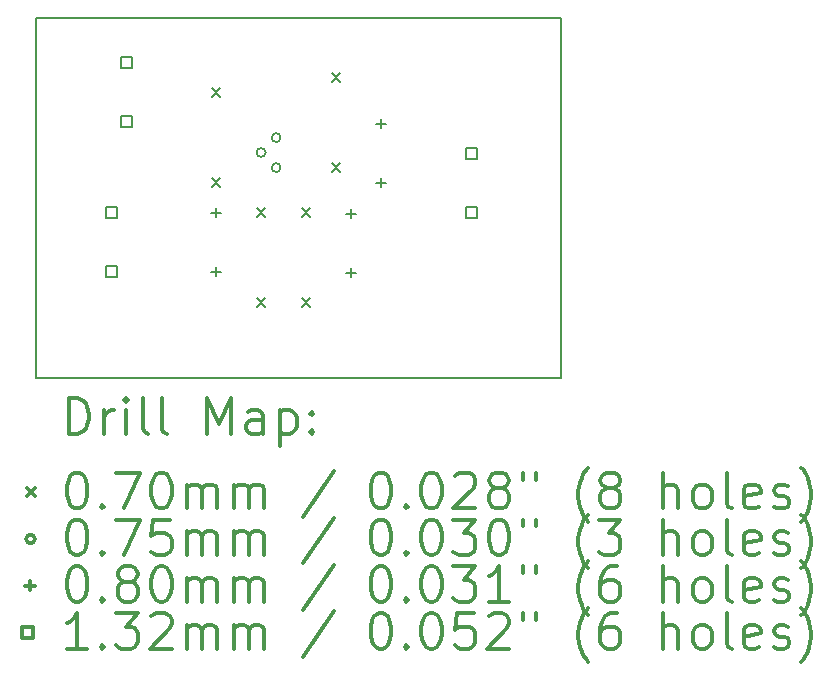
<source format=gbr>
%FSLAX45Y45*%
G04 Gerber Fmt 4.5, Leading zero omitted, Abs format (unit mm)*
G04 Created by KiCad (PCBNEW (5.0.0)) date 05/04/19 10:54:32*
%MOMM*%
%LPD*%
G01*
G04 APERTURE LIST*
%ADD10C,0.200000*%
%ADD11C,0.150000*%
%ADD12C,0.300000*%
G04 APERTURE END LIST*
D10*
X9398000Y-6985000D02*
X13843000Y-6985000D01*
D11*
X9398000Y-3937000D02*
X13843000Y-3937000D01*
D10*
X13843000Y-6985000D02*
X13843000Y-3937000D01*
X9398000Y-3937000D02*
X9398000Y-6985000D01*
D10*
X10887000Y-4537000D02*
X10957000Y-4607000D01*
X10957000Y-4537000D02*
X10887000Y-4607000D01*
X11649000Y-5553000D02*
X11719000Y-5623000D01*
X11719000Y-5553000D02*
X11649000Y-5623000D01*
X11649000Y-6315000D02*
X11719000Y-6385000D01*
X11719000Y-6315000D02*
X11649000Y-6385000D01*
X11903000Y-4410000D02*
X11973000Y-4480000D01*
X11973000Y-4410000D02*
X11903000Y-4480000D01*
X11903000Y-5172000D02*
X11973000Y-5242000D01*
X11973000Y-5172000D02*
X11903000Y-5242000D01*
X10887000Y-5299000D02*
X10957000Y-5369000D01*
X10957000Y-5299000D02*
X10887000Y-5369000D01*
X11268000Y-5553000D02*
X11338000Y-5623000D01*
X11338000Y-5553000D02*
X11268000Y-5623000D01*
X11268000Y-6315000D02*
X11338000Y-6385000D01*
X11338000Y-6315000D02*
X11268000Y-6385000D01*
X11340500Y-5079000D02*
G75*
G03X11340500Y-5079000I-37500J0D01*
G01*
X11467500Y-4953000D02*
G75*
G03X11467500Y-4953000I-37500J0D01*
G01*
X11467500Y-5207000D02*
G75*
G03X11467500Y-5207000I-37500J0D01*
G01*
X12319000Y-4794000D02*
X12319000Y-4874000D01*
X12279000Y-4834000D02*
X12359000Y-4834000D01*
X12319000Y-5294000D02*
X12319000Y-5374000D01*
X12279000Y-5334000D02*
X12359000Y-5334000D01*
X12065000Y-5556000D02*
X12065000Y-5636000D01*
X12025000Y-5596000D02*
X12105000Y-5596000D01*
X12065000Y-6056000D02*
X12065000Y-6136000D01*
X12025000Y-6096000D02*
X12105000Y-6096000D01*
X10922000Y-5548000D02*
X10922000Y-5628000D01*
X10882000Y-5588000D02*
X10962000Y-5588000D01*
X10922000Y-6048000D02*
X10922000Y-6128000D01*
X10882000Y-6088000D02*
X10962000Y-6088000D01*
X13127669Y-5134670D02*
X13127669Y-5041331D01*
X13034330Y-5041331D01*
X13034330Y-5134670D01*
X13127669Y-5134670D01*
X13127669Y-5634669D02*
X13127669Y-5541331D01*
X13034330Y-5541331D01*
X13034330Y-5634669D01*
X13127669Y-5634669D01*
X10206670Y-4364670D02*
X10206670Y-4271331D01*
X10113331Y-4271331D01*
X10113331Y-4364670D01*
X10206670Y-4364670D01*
X10206670Y-4864670D02*
X10206670Y-4771331D01*
X10113331Y-4771331D01*
X10113331Y-4864670D01*
X10206670Y-4864670D01*
X10079670Y-5634669D02*
X10079670Y-5541331D01*
X9986331Y-5541331D01*
X9986331Y-5634669D01*
X10079670Y-5634669D01*
X10079670Y-6134669D02*
X10079670Y-6041330D01*
X9986331Y-6041330D01*
X9986331Y-6134669D01*
X10079670Y-6134669D01*
D12*
X9674428Y-7460714D02*
X9674428Y-7160714D01*
X9745857Y-7160714D01*
X9788714Y-7175000D01*
X9817286Y-7203571D01*
X9831571Y-7232143D01*
X9845857Y-7289286D01*
X9845857Y-7332143D01*
X9831571Y-7389286D01*
X9817286Y-7417857D01*
X9788714Y-7446429D01*
X9745857Y-7460714D01*
X9674428Y-7460714D01*
X9974428Y-7460714D02*
X9974428Y-7260714D01*
X9974428Y-7317857D02*
X9988714Y-7289286D01*
X10003000Y-7275000D01*
X10031571Y-7260714D01*
X10060143Y-7260714D01*
X10160143Y-7460714D02*
X10160143Y-7260714D01*
X10160143Y-7160714D02*
X10145857Y-7175000D01*
X10160143Y-7189286D01*
X10174428Y-7175000D01*
X10160143Y-7160714D01*
X10160143Y-7189286D01*
X10345857Y-7460714D02*
X10317286Y-7446429D01*
X10303000Y-7417857D01*
X10303000Y-7160714D01*
X10503000Y-7460714D02*
X10474428Y-7446429D01*
X10460143Y-7417857D01*
X10460143Y-7160714D01*
X10845857Y-7460714D02*
X10845857Y-7160714D01*
X10945857Y-7375000D01*
X11045857Y-7160714D01*
X11045857Y-7460714D01*
X11317286Y-7460714D02*
X11317286Y-7303571D01*
X11303000Y-7275000D01*
X11274428Y-7260714D01*
X11217286Y-7260714D01*
X11188714Y-7275000D01*
X11317286Y-7446429D02*
X11288714Y-7460714D01*
X11217286Y-7460714D01*
X11188714Y-7446429D01*
X11174428Y-7417857D01*
X11174428Y-7389286D01*
X11188714Y-7360714D01*
X11217286Y-7346429D01*
X11288714Y-7346429D01*
X11317286Y-7332143D01*
X11460143Y-7260714D02*
X11460143Y-7560714D01*
X11460143Y-7275000D02*
X11488714Y-7260714D01*
X11545857Y-7260714D01*
X11574428Y-7275000D01*
X11588714Y-7289286D01*
X11603000Y-7317857D01*
X11603000Y-7403571D01*
X11588714Y-7432143D01*
X11574428Y-7446429D01*
X11545857Y-7460714D01*
X11488714Y-7460714D01*
X11460143Y-7446429D01*
X11731571Y-7432143D02*
X11745857Y-7446429D01*
X11731571Y-7460714D01*
X11717286Y-7446429D01*
X11731571Y-7432143D01*
X11731571Y-7460714D01*
X11731571Y-7275000D02*
X11745857Y-7289286D01*
X11731571Y-7303571D01*
X11717286Y-7289286D01*
X11731571Y-7275000D01*
X11731571Y-7303571D01*
X9318000Y-7920000D02*
X9388000Y-7990000D01*
X9388000Y-7920000D02*
X9318000Y-7990000D01*
X9731571Y-7790714D02*
X9760143Y-7790714D01*
X9788714Y-7805000D01*
X9803000Y-7819286D01*
X9817286Y-7847857D01*
X9831571Y-7905000D01*
X9831571Y-7976429D01*
X9817286Y-8033571D01*
X9803000Y-8062143D01*
X9788714Y-8076429D01*
X9760143Y-8090714D01*
X9731571Y-8090714D01*
X9703000Y-8076429D01*
X9688714Y-8062143D01*
X9674428Y-8033571D01*
X9660143Y-7976429D01*
X9660143Y-7905000D01*
X9674428Y-7847857D01*
X9688714Y-7819286D01*
X9703000Y-7805000D01*
X9731571Y-7790714D01*
X9960143Y-8062143D02*
X9974428Y-8076429D01*
X9960143Y-8090714D01*
X9945857Y-8076429D01*
X9960143Y-8062143D01*
X9960143Y-8090714D01*
X10074428Y-7790714D02*
X10274428Y-7790714D01*
X10145857Y-8090714D01*
X10445857Y-7790714D02*
X10474428Y-7790714D01*
X10503000Y-7805000D01*
X10517286Y-7819286D01*
X10531571Y-7847857D01*
X10545857Y-7905000D01*
X10545857Y-7976429D01*
X10531571Y-8033571D01*
X10517286Y-8062143D01*
X10503000Y-8076429D01*
X10474428Y-8090714D01*
X10445857Y-8090714D01*
X10417286Y-8076429D01*
X10403000Y-8062143D01*
X10388714Y-8033571D01*
X10374428Y-7976429D01*
X10374428Y-7905000D01*
X10388714Y-7847857D01*
X10403000Y-7819286D01*
X10417286Y-7805000D01*
X10445857Y-7790714D01*
X10674428Y-8090714D02*
X10674428Y-7890714D01*
X10674428Y-7919286D02*
X10688714Y-7905000D01*
X10717286Y-7890714D01*
X10760143Y-7890714D01*
X10788714Y-7905000D01*
X10803000Y-7933571D01*
X10803000Y-8090714D01*
X10803000Y-7933571D02*
X10817286Y-7905000D01*
X10845857Y-7890714D01*
X10888714Y-7890714D01*
X10917286Y-7905000D01*
X10931571Y-7933571D01*
X10931571Y-8090714D01*
X11074428Y-8090714D02*
X11074428Y-7890714D01*
X11074428Y-7919286D02*
X11088714Y-7905000D01*
X11117286Y-7890714D01*
X11160143Y-7890714D01*
X11188714Y-7905000D01*
X11203000Y-7933571D01*
X11203000Y-8090714D01*
X11203000Y-7933571D02*
X11217286Y-7905000D01*
X11245857Y-7890714D01*
X11288714Y-7890714D01*
X11317286Y-7905000D01*
X11331571Y-7933571D01*
X11331571Y-8090714D01*
X11917286Y-7776429D02*
X11660143Y-8162143D01*
X12303000Y-7790714D02*
X12331571Y-7790714D01*
X12360143Y-7805000D01*
X12374428Y-7819286D01*
X12388714Y-7847857D01*
X12403000Y-7905000D01*
X12403000Y-7976429D01*
X12388714Y-8033571D01*
X12374428Y-8062143D01*
X12360143Y-8076429D01*
X12331571Y-8090714D01*
X12303000Y-8090714D01*
X12274428Y-8076429D01*
X12260143Y-8062143D01*
X12245857Y-8033571D01*
X12231571Y-7976429D01*
X12231571Y-7905000D01*
X12245857Y-7847857D01*
X12260143Y-7819286D01*
X12274428Y-7805000D01*
X12303000Y-7790714D01*
X12531571Y-8062143D02*
X12545857Y-8076429D01*
X12531571Y-8090714D01*
X12517286Y-8076429D01*
X12531571Y-8062143D01*
X12531571Y-8090714D01*
X12731571Y-7790714D02*
X12760143Y-7790714D01*
X12788714Y-7805000D01*
X12803000Y-7819286D01*
X12817286Y-7847857D01*
X12831571Y-7905000D01*
X12831571Y-7976429D01*
X12817286Y-8033571D01*
X12803000Y-8062143D01*
X12788714Y-8076429D01*
X12760143Y-8090714D01*
X12731571Y-8090714D01*
X12703000Y-8076429D01*
X12688714Y-8062143D01*
X12674428Y-8033571D01*
X12660143Y-7976429D01*
X12660143Y-7905000D01*
X12674428Y-7847857D01*
X12688714Y-7819286D01*
X12703000Y-7805000D01*
X12731571Y-7790714D01*
X12945857Y-7819286D02*
X12960143Y-7805000D01*
X12988714Y-7790714D01*
X13060143Y-7790714D01*
X13088714Y-7805000D01*
X13103000Y-7819286D01*
X13117286Y-7847857D01*
X13117286Y-7876429D01*
X13103000Y-7919286D01*
X12931571Y-8090714D01*
X13117286Y-8090714D01*
X13288714Y-7919286D02*
X13260143Y-7905000D01*
X13245857Y-7890714D01*
X13231571Y-7862143D01*
X13231571Y-7847857D01*
X13245857Y-7819286D01*
X13260143Y-7805000D01*
X13288714Y-7790714D01*
X13345857Y-7790714D01*
X13374428Y-7805000D01*
X13388714Y-7819286D01*
X13403000Y-7847857D01*
X13403000Y-7862143D01*
X13388714Y-7890714D01*
X13374428Y-7905000D01*
X13345857Y-7919286D01*
X13288714Y-7919286D01*
X13260143Y-7933571D01*
X13245857Y-7947857D01*
X13231571Y-7976429D01*
X13231571Y-8033571D01*
X13245857Y-8062143D01*
X13260143Y-8076429D01*
X13288714Y-8090714D01*
X13345857Y-8090714D01*
X13374428Y-8076429D01*
X13388714Y-8062143D01*
X13403000Y-8033571D01*
X13403000Y-7976429D01*
X13388714Y-7947857D01*
X13374428Y-7933571D01*
X13345857Y-7919286D01*
X13517286Y-7790714D02*
X13517286Y-7847857D01*
X13631571Y-7790714D02*
X13631571Y-7847857D01*
X14074428Y-8205000D02*
X14060143Y-8190714D01*
X14031571Y-8147857D01*
X14017286Y-8119286D01*
X14003000Y-8076429D01*
X13988714Y-8005000D01*
X13988714Y-7947857D01*
X14003000Y-7876429D01*
X14017286Y-7833571D01*
X14031571Y-7805000D01*
X14060143Y-7762143D01*
X14074428Y-7747857D01*
X14231571Y-7919286D02*
X14203000Y-7905000D01*
X14188714Y-7890714D01*
X14174428Y-7862143D01*
X14174428Y-7847857D01*
X14188714Y-7819286D01*
X14203000Y-7805000D01*
X14231571Y-7790714D01*
X14288714Y-7790714D01*
X14317286Y-7805000D01*
X14331571Y-7819286D01*
X14345857Y-7847857D01*
X14345857Y-7862143D01*
X14331571Y-7890714D01*
X14317286Y-7905000D01*
X14288714Y-7919286D01*
X14231571Y-7919286D01*
X14203000Y-7933571D01*
X14188714Y-7947857D01*
X14174428Y-7976429D01*
X14174428Y-8033571D01*
X14188714Y-8062143D01*
X14203000Y-8076429D01*
X14231571Y-8090714D01*
X14288714Y-8090714D01*
X14317286Y-8076429D01*
X14331571Y-8062143D01*
X14345857Y-8033571D01*
X14345857Y-7976429D01*
X14331571Y-7947857D01*
X14317286Y-7933571D01*
X14288714Y-7919286D01*
X14703000Y-8090714D02*
X14703000Y-7790714D01*
X14831571Y-8090714D02*
X14831571Y-7933571D01*
X14817286Y-7905000D01*
X14788714Y-7890714D01*
X14745857Y-7890714D01*
X14717286Y-7905000D01*
X14703000Y-7919286D01*
X15017286Y-8090714D02*
X14988714Y-8076429D01*
X14974428Y-8062143D01*
X14960143Y-8033571D01*
X14960143Y-7947857D01*
X14974428Y-7919286D01*
X14988714Y-7905000D01*
X15017286Y-7890714D01*
X15060143Y-7890714D01*
X15088714Y-7905000D01*
X15103000Y-7919286D01*
X15117286Y-7947857D01*
X15117286Y-8033571D01*
X15103000Y-8062143D01*
X15088714Y-8076429D01*
X15060143Y-8090714D01*
X15017286Y-8090714D01*
X15288714Y-8090714D02*
X15260143Y-8076429D01*
X15245857Y-8047857D01*
X15245857Y-7790714D01*
X15517286Y-8076429D02*
X15488714Y-8090714D01*
X15431571Y-8090714D01*
X15403000Y-8076429D01*
X15388714Y-8047857D01*
X15388714Y-7933571D01*
X15403000Y-7905000D01*
X15431571Y-7890714D01*
X15488714Y-7890714D01*
X15517286Y-7905000D01*
X15531571Y-7933571D01*
X15531571Y-7962143D01*
X15388714Y-7990714D01*
X15645857Y-8076429D02*
X15674428Y-8090714D01*
X15731571Y-8090714D01*
X15760143Y-8076429D01*
X15774428Y-8047857D01*
X15774428Y-8033571D01*
X15760143Y-8005000D01*
X15731571Y-7990714D01*
X15688714Y-7990714D01*
X15660143Y-7976429D01*
X15645857Y-7947857D01*
X15645857Y-7933571D01*
X15660143Y-7905000D01*
X15688714Y-7890714D01*
X15731571Y-7890714D01*
X15760143Y-7905000D01*
X15874428Y-8205000D02*
X15888714Y-8190714D01*
X15917286Y-8147857D01*
X15931571Y-8119286D01*
X15945857Y-8076429D01*
X15960143Y-8005000D01*
X15960143Y-7947857D01*
X15945857Y-7876429D01*
X15931571Y-7833571D01*
X15917286Y-7805000D01*
X15888714Y-7762143D01*
X15874428Y-7747857D01*
X9388000Y-8351000D02*
G75*
G03X9388000Y-8351000I-37500J0D01*
G01*
X9731571Y-8186714D02*
X9760143Y-8186714D01*
X9788714Y-8201000D01*
X9803000Y-8215286D01*
X9817286Y-8243857D01*
X9831571Y-8301000D01*
X9831571Y-8372429D01*
X9817286Y-8429572D01*
X9803000Y-8458143D01*
X9788714Y-8472429D01*
X9760143Y-8486714D01*
X9731571Y-8486714D01*
X9703000Y-8472429D01*
X9688714Y-8458143D01*
X9674428Y-8429572D01*
X9660143Y-8372429D01*
X9660143Y-8301000D01*
X9674428Y-8243857D01*
X9688714Y-8215286D01*
X9703000Y-8201000D01*
X9731571Y-8186714D01*
X9960143Y-8458143D02*
X9974428Y-8472429D01*
X9960143Y-8486714D01*
X9945857Y-8472429D01*
X9960143Y-8458143D01*
X9960143Y-8486714D01*
X10074428Y-8186714D02*
X10274428Y-8186714D01*
X10145857Y-8486714D01*
X10531571Y-8186714D02*
X10388714Y-8186714D01*
X10374428Y-8329571D01*
X10388714Y-8315286D01*
X10417286Y-8301000D01*
X10488714Y-8301000D01*
X10517286Y-8315286D01*
X10531571Y-8329571D01*
X10545857Y-8358143D01*
X10545857Y-8429572D01*
X10531571Y-8458143D01*
X10517286Y-8472429D01*
X10488714Y-8486714D01*
X10417286Y-8486714D01*
X10388714Y-8472429D01*
X10374428Y-8458143D01*
X10674428Y-8486714D02*
X10674428Y-8286714D01*
X10674428Y-8315286D02*
X10688714Y-8301000D01*
X10717286Y-8286714D01*
X10760143Y-8286714D01*
X10788714Y-8301000D01*
X10803000Y-8329571D01*
X10803000Y-8486714D01*
X10803000Y-8329571D02*
X10817286Y-8301000D01*
X10845857Y-8286714D01*
X10888714Y-8286714D01*
X10917286Y-8301000D01*
X10931571Y-8329571D01*
X10931571Y-8486714D01*
X11074428Y-8486714D02*
X11074428Y-8286714D01*
X11074428Y-8315286D02*
X11088714Y-8301000D01*
X11117286Y-8286714D01*
X11160143Y-8286714D01*
X11188714Y-8301000D01*
X11203000Y-8329571D01*
X11203000Y-8486714D01*
X11203000Y-8329571D02*
X11217286Y-8301000D01*
X11245857Y-8286714D01*
X11288714Y-8286714D01*
X11317286Y-8301000D01*
X11331571Y-8329571D01*
X11331571Y-8486714D01*
X11917286Y-8172429D02*
X11660143Y-8558143D01*
X12303000Y-8186714D02*
X12331571Y-8186714D01*
X12360143Y-8201000D01*
X12374428Y-8215286D01*
X12388714Y-8243857D01*
X12403000Y-8301000D01*
X12403000Y-8372429D01*
X12388714Y-8429572D01*
X12374428Y-8458143D01*
X12360143Y-8472429D01*
X12331571Y-8486714D01*
X12303000Y-8486714D01*
X12274428Y-8472429D01*
X12260143Y-8458143D01*
X12245857Y-8429572D01*
X12231571Y-8372429D01*
X12231571Y-8301000D01*
X12245857Y-8243857D01*
X12260143Y-8215286D01*
X12274428Y-8201000D01*
X12303000Y-8186714D01*
X12531571Y-8458143D02*
X12545857Y-8472429D01*
X12531571Y-8486714D01*
X12517286Y-8472429D01*
X12531571Y-8458143D01*
X12531571Y-8486714D01*
X12731571Y-8186714D02*
X12760143Y-8186714D01*
X12788714Y-8201000D01*
X12803000Y-8215286D01*
X12817286Y-8243857D01*
X12831571Y-8301000D01*
X12831571Y-8372429D01*
X12817286Y-8429572D01*
X12803000Y-8458143D01*
X12788714Y-8472429D01*
X12760143Y-8486714D01*
X12731571Y-8486714D01*
X12703000Y-8472429D01*
X12688714Y-8458143D01*
X12674428Y-8429572D01*
X12660143Y-8372429D01*
X12660143Y-8301000D01*
X12674428Y-8243857D01*
X12688714Y-8215286D01*
X12703000Y-8201000D01*
X12731571Y-8186714D01*
X12931571Y-8186714D02*
X13117286Y-8186714D01*
X13017286Y-8301000D01*
X13060143Y-8301000D01*
X13088714Y-8315286D01*
X13103000Y-8329571D01*
X13117286Y-8358143D01*
X13117286Y-8429572D01*
X13103000Y-8458143D01*
X13088714Y-8472429D01*
X13060143Y-8486714D01*
X12974428Y-8486714D01*
X12945857Y-8472429D01*
X12931571Y-8458143D01*
X13303000Y-8186714D02*
X13331571Y-8186714D01*
X13360143Y-8201000D01*
X13374428Y-8215286D01*
X13388714Y-8243857D01*
X13403000Y-8301000D01*
X13403000Y-8372429D01*
X13388714Y-8429572D01*
X13374428Y-8458143D01*
X13360143Y-8472429D01*
X13331571Y-8486714D01*
X13303000Y-8486714D01*
X13274428Y-8472429D01*
X13260143Y-8458143D01*
X13245857Y-8429572D01*
X13231571Y-8372429D01*
X13231571Y-8301000D01*
X13245857Y-8243857D01*
X13260143Y-8215286D01*
X13274428Y-8201000D01*
X13303000Y-8186714D01*
X13517286Y-8186714D02*
X13517286Y-8243857D01*
X13631571Y-8186714D02*
X13631571Y-8243857D01*
X14074428Y-8601000D02*
X14060143Y-8586714D01*
X14031571Y-8543857D01*
X14017286Y-8515286D01*
X14003000Y-8472429D01*
X13988714Y-8401000D01*
X13988714Y-8343857D01*
X14003000Y-8272429D01*
X14017286Y-8229571D01*
X14031571Y-8201000D01*
X14060143Y-8158143D01*
X14074428Y-8143857D01*
X14160143Y-8186714D02*
X14345857Y-8186714D01*
X14245857Y-8301000D01*
X14288714Y-8301000D01*
X14317286Y-8315286D01*
X14331571Y-8329571D01*
X14345857Y-8358143D01*
X14345857Y-8429572D01*
X14331571Y-8458143D01*
X14317286Y-8472429D01*
X14288714Y-8486714D01*
X14203000Y-8486714D01*
X14174428Y-8472429D01*
X14160143Y-8458143D01*
X14703000Y-8486714D02*
X14703000Y-8186714D01*
X14831571Y-8486714D02*
X14831571Y-8329571D01*
X14817286Y-8301000D01*
X14788714Y-8286714D01*
X14745857Y-8286714D01*
X14717286Y-8301000D01*
X14703000Y-8315286D01*
X15017286Y-8486714D02*
X14988714Y-8472429D01*
X14974428Y-8458143D01*
X14960143Y-8429572D01*
X14960143Y-8343857D01*
X14974428Y-8315286D01*
X14988714Y-8301000D01*
X15017286Y-8286714D01*
X15060143Y-8286714D01*
X15088714Y-8301000D01*
X15103000Y-8315286D01*
X15117286Y-8343857D01*
X15117286Y-8429572D01*
X15103000Y-8458143D01*
X15088714Y-8472429D01*
X15060143Y-8486714D01*
X15017286Y-8486714D01*
X15288714Y-8486714D02*
X15260143Y-8472429D01*
X15245857Y-8443857D01*
X15245857Y-8186714D01*
X15517286Y-8472429D02*
X15488714Y-8486714D01*
X15431571Y-8486714D01*
X15403000Y-8472429D01*
X15388714Y-8443857D01*
X15388714Y-8329571D01*
X15403000Y-8301000D01*
X15431571Y-8286714D01*
X15488714Y-8286714D01*
X15517286Y-8301000D01*
X15531571Y-8329571D01*
X15531571Y-8358143D01*
X15388714Y-8386714D01*
X15645857Y-8472429D02*
X15674428Y-8486714D01*
X15731571Y-8486714D01*
X15760143Y-8472429D01*
X15774428Y-8443857D01*
X15774428Y-8429572D01*
X15760143Y-8401000D01*
X15731571Y-8386714D01*
X15688714Y-8386714D01*
X15660143Y-8372429D01*
X15645857Y-8343857D01*
X15645857Y-8329571D01*
X15660143Y-8301000D01*
X15688714Y-8286714D01*
X15731571Y-8286714D01*
X15760143Y-8301000D01*
X15874428Y-8601000D02*
X15888714Y-8586714D01*
X15917286Y-8543857D01*
X15931571Y-8515286D01*
X15945857Y-8472429D01*
X15960143Y-8401000D01*
X15960143Y-8343857D01*
X15945857Y-8272429D01*
X15931571Y-8229571D01*
X15917286Y-8201000D01*
X15888714Y-8158143D01*
X15874428Y-8143857D01*
X9348000Y-8707000D02*
X9348000Y-8787000D01*
X9308000Y-8747000D02*
X9388000Y-8747000D01*
X9731571Y-8582714D02*
X9760143Y-8582714D01*
X9788714Y-8597000D01*
X9803000Y-8611286D01*
X9817286Y-8639857D01*
X9831571Y-8697000D01*
X9831571Y-8768429D01*
X9817286Y-8825572D01*
X9803000Y-8854143D01*
X9788714Y-8868429D01*
X9760143Y-8882714D01*
X9731571Y-8882714D01*
X9703000Y-8868429D01*
X9688714Y-8854143D01*
X9674428Y-8825572D01*
X9660143Y-8768429D01*
X9660143Y-8697000D01*
X9674428Y-8639857D01*
X9688714Y-8611286D01*
X9703000Y-8597000D01*
X9731571Y-8582714D01*
X9960143Y-8854143D02*
X9974428Y-8868429D01*
X9960143Y-8882714D01*
X9945857Y-8868429D01*
X9960143Y-8854143D01*
X9960143Y-8882714D01*
X10145857Y-8711286D02*
X10117286Y-8697000D01*
X10103000Y-8682714D01*
X10088714Y-8654143D01*
X10088714Y-8639857D01*
X10103000Y-8611286D01*
X10117286Y-8597000D01*
X10145857Y-8582714D01*
X10203000Y-8582714D01*
X10231571Y-8597000D01*
X10245857Y-8611286D01*
X10260143Y-8639857D01*
X10260143Y-8654143D01*
X10245857Y-8682714D01*
X10231571Y-8697000D01*
X10203000Y-8711286D01*
X10145857Y-8711286D01*
X10117286Y-8725572D01*
X10103000Y-8739857D01*
X10088714Y-8768429D01*
X10088714Y-8825572D01*
X10103000Y-8854143D01*
X10117286Y-8868429D01*
X10145857Y-8882714D01*
X10203000Y-8882714D01*
X10231571Y-8868429D01*
X10245857Y-8854143D01*
X10260143Y-8825572D01*
X10260143Y-8768429D01*
X10245857Y-8739857D01*
X10231571Y-8725572D01*
X10203000Y-8711286D01*
X10445857Y-8582714D02*
X10474428Y-8582714D01*
X10503000Y-8597000D01*
X10517286Y-8611286D01*
X10531571Y-8639857D01*
X10545857Y-8697000D01*
X10545857Y-8768429D01*
X10531571Y-8825572D01*
X10517286Y-8854143D01*
X10503000Y-8868429D01*
X10474428Y-8882714D01*
X10445857Y-8882714D01*
X10417286Y-8868429D01*
X10403000Y-8854143D01*
X10388714Y-8825572D01*
X10374428Y-8768429D01*
X10374428Y-8697000D01*
X10388714Y-8639857D01*
X10403000Y-8611286D01*
X10417286Y-8597000D01*
X10445857Y-8582714D01*
X10674428Y-8882714D02*
X10674428Y-8682714D01*
X10674428Y-8711286D02*
X10688714Y-8697000D01*
X10717286Y-8682714D01*
X10760143Y-8682714D01*
X10788714Y-8697000D01*
X10803000Y-8725572D01*
X10803000Y-8882714D01*
X10803000Y-8725572D02*
X10817286Y-8697000D01*
X10845857Y-8682714D01*
X10888714Y-8682714D01*
X10917286Y-8697000D01*
X10931571Y-8725572D01*
X10931571Y-8882714D01*
X11074428Y-8882714D02*
X11074428Y-8682714D01*
X11074428Y-8711286D02*
X11088714Y-8697000D01*
X11117286Y-8682714D01*
X11160143Y-8682714D01*
X11188714Y-8697000D01*
X11203000Y-8725572D01*
X11203000Y-8882714D01*
X11203000Y-8725572D02*
X11217286Y-8697000D01*
X11245857Y-8682714D01*
X11288714Y-8682714D01*
X11317286Y-8697000D01*
X11331571Y-8725572D01*
X11331571Y-8882714D01*
X11917286Y-8568429D02*
X11660143Y-8954143D01*
X12303000Y-8582714D02*
X12331571Y-8582714D01*
X12360143Y-8597000D01*
X12374428Y-8611286D01*
X12388714Y-8639857D01*
X12403000Y-8697000D01*
X12403000Y-8768429D01*
X12388714Y-8825572D01*
X12374428Y-8854143D01*
X12360143Y-8868429D01*
X12331571Y-8882714D01*
X12303000Y-8882714D01*
X12274428Y-8868429D01*
X12260143Y-8854143D01*
X12245857Y-8825572D01*
X12231571Y-8768429D01*
X12231571Y-8697000D01*
X12245857Y-8639857D01*
X12260143Y-8611286D01*
X12274428Y-8597000D01*
X12303000Y-8582714D01*
X12531571Y-8854143D02*
X12545857Y-8868429D01*
X12531571Y-8882714D01*
X12517286Y-8868429D01*
X12531571Y-8854143D01*
X12531571Y-8882714D01*
X12731571Y-8582714D02*
X12760143Y-8582714D01*
X12788714Y-8597000D01*
X12803000Y-8611286D01*
X12817286Y-8639857D01*
X12831571Y-8697000D01*
X12831571Y-8768429D01*
X12817286Y-8825572D01*
X12803000Y-8854143D01*
X12788714Y-8868429D01*
X12760143Y-8882714D01*
X12731571Y-8882714D01*
X12703000Y-8868429D01*
X12688714Y-8854143D01*
X12674428Y-8825572D01*
X12660143Y-8768429D01*
X12660143Y-8697000D01*
X12674428Y-8639857D01*
X12688714Y-8611286D01*
X12703000Y-8597000D01*
X12731571Y-8582714D01*
X12931571Y-8582714D02*
X13117286Y-8582714D01*
X13017286Y-8697000D01*
X13060143Y-8697000D01*
X13088714Y-8711286D01*
X13103000Y-8725572D01*
X13117286Y-8754143D01*
X13117286Y-8825572D01*
X13103000Y-8854143D01*
X13088714Y-8868429D01*
X13060143Y-8882714D01*
X12974428Y-8882714D01*
X12945857Y-8868429D01*
X12931571Y-8854143D01*
X13403000Y-8882714D02*
X13231571Y-8882714D01*
X13317286Y-8882714D02*
X13317286Y-8582714D01*
X13288714Y-8625572D01*
X13260143Y-8654143D01*
X13231571Y-8668429D01*
X13517286Y-8582714D02*
X13517286Y-8639857D01*
X13631571Y-8582714D02*
X13631571Y-8639857D01*
X14074428Y-8997000D02*
X14060143Y-8982714D01*
X14031571Y-8939857D01*
X14017286Y-8911286D01*
X14003000Y-8868429D01*
X13988714Y-8797000D01*
X13988714Y-8739857D01*
X14003000Y-8668429D01*
X14017286Y-8625572D01*
X14031571Y-8597000D01*
X14060143Y-8554143D01*
X14074428Y-8539857D01*
X14317286Y-8582714D02*
X14260143Y-8582714D01*
X14231571Y-8597000D01*
X14217286Y-8611286D01*
X14188714Y-8654143D01*
X14174428Y-8711286D01*
X14174428Y-8825572D01*
X14188714Y-8854143D01*
X14203000Y-8868429D01*
X14231571Y-8882714D01*
X14288714Y-8882714D01*
X14317286Y-8868429D01*
X14331571Y-8854143D01*
X14345857Y-8825572D01*
X14345857Y-8754143D01*
X14331571Y-8725572D01*
X14317286Y-8711286D01*
X14288714Y-8697000D01*
X14231571Y-8697000D01*
X14203000Y-8711286D01*
X14188714Y-8725572D01*
X14174428Y-8754143D01*
X14703000Y-8882714D02*
X14703000Y-8582714D01*
X14831571Y-8882714D02*
X14831571Y-8725572D01*
X14817286Y-8697000D01*
X14788714Y-8682714D01*
X14745857Y-8682714D01*
X14717286Y-8697000D01*
X14703000Y-8711286D01*
X15017286Y-8882714D02*
X14988714Y-8868429D01*
X14974428Y-8854143D01*
X14960143Y-8825572D01*
X14960143Y-8739857D01*
X14974428Y-8711286D01*
X14988714Y-8697000D01*
X15017286Y-8682714D01*
X15060143Y-8682714D01*
X15088714Y-8697000D01*
X15103000Y-8711286D01*
X15117286Y-8739857D01*
X15117286Y-8825572D01*
X15103000Y-8854143D01*
X15088714Y-8868429D01*
X15060143Y-8882714D01*
X15017286Y-8882714D01*
X15288714Y-8882714D02*
X15260143Y-8868429D01*
X15245857Y-8839857D01*
X15245857Y-8582714D01*
X15517286Y-8868429D02*
X15488714Y-8882714D01*
X15431571Y-8882714D01*
X15403000Y-8868429D01*
X15388714Y-8839857D01*
X15388714Y-8725572D01*
X15403000Y-8697000D01*
X15431571Y-8682714D01*
X15488714Y-8682714D01*
X15517286Y-8697000D01*
X15531571Y-8725572D01*
X15531571Y-8754143D01*
X15388714Y-8782714D01*
X15645857Y-8868429D02*
X15674428Y-8882714D01*
X15731571Y-8882714D01*
X15760143Y-8868429D01*
X15774428Y-8839857D01*
X15774428Y-8825572D01*
X15760143Y-8797000D01*
X15731571Y-8782714D01*
X15688714Y-8782714D01*
X15660143Y-8768429D01*
X15645857Y-8739857D01*
X15645857Y-8725572D01*
X15660143Y-8697000D01*
X15688714Y-8682714D01*
X15731571Y-8682714D01*
X15760143Y-8697000D01*
X15874428Y-8997000D02*
X15888714Y-8982714D01*
X15917286Y-8939857D01*
X15931571Y-8911286D01*
X15945857Y-8868429D01*
X15960143Y-8797000D01*
X15960143Y-8739857D01*
X15945857Y-8668429D01*
X15931571Y-8625572D01*
X15917286Y-8597000D01*
X15888714Y-8554143D01*
X15874428Y-8539857D01*
X9368669Y-9189670D02*
X9368669Y-9096331D01*
X9275330Y-9096331D01*
X9275330Y-9189670D01*
X9368669Y-9189670D01*
X9831571Y-9278714D02*
X9660143Y-9278714D01*
X9745857Y-9278714D02*
X9745857Y-8978714D01*
X9717286Y-9021572D01*
X9688714Y-9050143D01*
X9660143Y-9064429D01*
X9960143Y-9250143D02*
X9974428Y-9264429D01*
X9960143Y-9278714D01*
X9945857Y-9264429D01*
X9960143Y-9250143D01*
X9960143Y-9278714D01*
X10074428Y-8978714D02*
X10260143Y-8978714D01*
X10160143Y-9093000D01*
X10203000Y-9093000D01*
X10231571Y-9107286D01*
X10245857Y-9121572D01*
X10260143Y-9150143D01*
X10260143Y-9221572D01*
X10245857Y-9250143D01*
X10231571Y-9264429D01*
X10203000Y-9278714D01*
X10117286Y-9278714D01*
X10088714Y-9264429D01*
X10074428Y-9250143D01*
X10374428Y-9007286D02*
X10388714Y-8993000D01*
X10417286Y-8978714D01*
X10488714Y-8978714D01*
X10517286Y-8993000D01*
X10531571Y-9007286D01*
X10545857Y-9035857D01*
X10545857Y-9064429D01*
X10531571Y-9107286D01*
X10360143Y-9278714D01*
X10545857Y-9278714D01*
X10674428Y-9278714D02*
X10674428Y-9078714D01*
X10674428Y-9107286D02*
X10688714Y-9093000D01*
X10717286Y-9078714D01*
X10760143Y-9078714D01*
X10788714Y-9093000D01*
X10803000Y-9121572D01*
X10803000Y-9278714D01*
X10803000Y-9121572D02*
X10817286Y-9093000D01*
X10845857Y-9078714D01*
X10888714Y-9078714D01*
X10917286Y-9093000D01*
X10931571Y-9121572D01*
X10931571Y-9278714D01*
X11074428Y-9278714D02*
X11074428Y-9078714D01*
X11074428Y-9107286D02*
X11088714Y-9093000D01*
X11117286Y-9078714D01*
X11160143Y-9078714D01*
X11188714Y-9093000D01*
X11203000Y-9121572D01*
X11203000Y-9278714D01*
X11203000Y-9121572D02*
X11217286Y-9093000D01*
X11245857Y-9078714D01*
X11288714Y-9078714D01*
X11317286Y-9093000D01*
X11331571Y-9121572D01*
X11331571Y-9278714D01*
X11917286Y-8964429D02*
X11660143Y-9350143D01*
X12303000Y-8978714D02*
X12331571Y-8978714D01*
X12360143Y-8993000D01*
X12374428Y-9007286D01*
X12388714Y-9035857D01*
X12403000Y-9093000D01*
X12403000Y-9164429D01*
X12388714Y-9221572D01*
X12374428Y-9250143D01*
X12360143Y-9264429D01*
X12331571Y-9278714D01*
X12303000Y-9278714D01*
X12274428Y-9264429D01*
X12260143Y-9250143D01*
X12245857Y-9221572D01*
X12231571Y-9164429D01*
X12231571Y-9093000D01*
X12245857Y-9035857D01*
X12260143Y-9007286D01*
X12274428Y-8993000D01*
X12303000Y-8978714D01*
X12531571Y-9250143D02*
X12545857Y-9264429D01*
X12531571Y-9278714D01*
X12517286Y-9264429D01*
X12531571Y-9250143D01*
X12531571Y-9278714D01*
X12731571Y-8978714D02*
X12760143Y-8978714D01*
X12788714Y-8993000D01*
X12803000Y-9007286D01*
X12817286Y-9035857D01*
X12831571Y-9093000D01*
X12831571Y-9164429D01*
X12817286Y-9221572D01*
X12803000Y-9250143D01*
X12788714Y-9264429D01*
X12760143Y-9278714D01*
X12731571Y-9278714D01*
X12703000Y-9264429D01*
X12688714Y-9250143D01*
X12674428Y-9221572D01*
X12660143Y-9164429D01*
X12660143Y-9093000D01*
X12674428Y-9035857D01*
X12688714Y-9007286D01*
X12703000Y-8993000D01*
X12731571Y-8978714D01*
X13103000Y-8978714D02*
X12960143Y-8978714D01*
X12945857Y-9121572D01*
X12960143Y-9107286D01*
X12988714Y-9093000D01*
X13060143Y-9093000D01*
X13088714Y-9107286D01*
X13103000Y-9121572D01*
X13117286Y-9150143D01*
X13117286Y-9221572D01*
X13103000Y-9250143D01*
X13088714Y-9264429D01*
X13060143Y-9278714D01*
X12988714Y-9278714D01*
X12960143Y-9264429D01*
X12945857Y-9250143D01*
X13231571Y-9007286D02*
X13245857Y-8993000D01*
X13274428Y-8978714D01*
X13345857Y-8978714D01*
X13374428Y-8993000D01*
X13388714Y-9007286D01*
X13403000Y-9035857D01*
X13403000Y-9064429D01*
X13388714Y-9107286D01*
X13217286Y-9278714D01*
X13403000Y-9278714D01*
X13517286Y-8978714D02*
X13517286Y-9035857D01*
X13631571Y-8978714D02*
X13631571Y-9035857D01*
X14074428Y-9393000D02*
X14060143Y-9378714D01*
X14031571Y-9335857D01*
X14017286Y-9307286D01*
X14003000Y-9264429D01*
X13988714Y-9193000D01*
X13988714Y-9135857D01*
X14003000Y-9064429D01*
X14017286Y-9021572D01*
X14031571Y-8993000D01*
X14060143Y-8950143D01*
X14074428Y-8935857D01*
X14317286Y-8978714D02*
X14260143Y-8978714D01*
X14231571Y-8993000D01*
X14217286Y-9007286D01*
X14188714Y-9050143D01*
X14174428Y-9107286D01*
X14174428Y-9221572D01*
X14188714Y-9250143D01*
X14203000Y-9264429D01*
X14231571Y-9278714D01*
X14288714Y-9278714D01*
X14317286Y-9264429D01*
X14331571Y-9250143D01*
X14345857Y-9221572D01*
X14345857Y-9150143D01*
X14331571Y-9121572D01*
X14317286Y-9107286D01*
X14288714Y-9093000D01*
X14231571Y-9093000D01*
X14203000Y-9107286D01*
X14188714Y-9121572D01*
X14174428Y-9150143D01*
X14703000Y-9278714D02*
X14703000Y-8978714D01*
X14831571Y-9278714D02*
X14831571Y-9121572D01*
X14817286Y-9093000D01*
X14788714Y-9078714D01*
X14745857Y-9078714D01*
X14717286Y-9093000D01*
X14703000Y-9107286D01*
X15017286Y-9278714D02*
X14988714Y-9264429D01*
X14974428Y-9250143D01*
X14960143Y-9221572D01*
X14960143Y-9135857D01*
X14974428Y-9107286D01*
X14988714Y-9093000D01*
X15017286Y-9078714D01*
X15060143Y-9078714D01*
X15088714Y-9093000D01*
X15103000Y-9107286D01*
X15117286Y-9135857D01*
X15117286Y-9221572D01*
X15103000Y-9250143D01*
X15088714Y-9264429D01*
X15060143Y-9278714D01*
X15017286Y-9278714D01*
X15288714Y-9278714D02*
X15260143Y-9264429D01*
X15245857Y-9235857D01*
X15245857Y-8978714D01*
X15517286Y-9264429D02*
X15488714Y-9278714D01*
X15431571Y-9278714D01*
X15403000Y-9264429D01*
X15388714Y-9235857D01*
X15388714Y-9121572D01*
X15403000Y-9093000D01*
X15431571Y-9078714D01*
X15488714Y-9078714D01*
X15517286Y-9093000D01*
X15531571Y-9121572D01*
X15531571Y-9150143D01*
X15388714Y-9178714D01*
X15645857Y-9264429D02*
X15674428Y-9278714D01*
X15731571Y-9278714D01*
X15760143Y-9264429D01*
X15774428Y-9235857D01*
X15774428Y-9221572D01*
X15760143Y-9193000D01*
X15731571Y-9178714D01*
X15688714Y-9178714D01*
X15660143Y-9164429D01*
X15645857Y-9135857D01*
X15645857Y-9121572D01*
X15660143Y-9093000D01*
X15688714Y-9078714D01*
X15731571Y-9078714D01*
X15760143Y-9093000D01*
X15874428Y-9393000D02*
X15888714Y-9378714D01*
X15917286Y-9335857D01*
X15931571Y-9307286D01*
X15945857Y-9264429D01*
X15960143Y-9193000D01*
X15960143Y-9135857D01*
X15945857Y-9064429D01*
X15931571Y-9021572D01*
X15917286Y-8993000D01*
X15888714Y-8950143D01*
X15874428Y-8935857D01*
M02*

</source>
